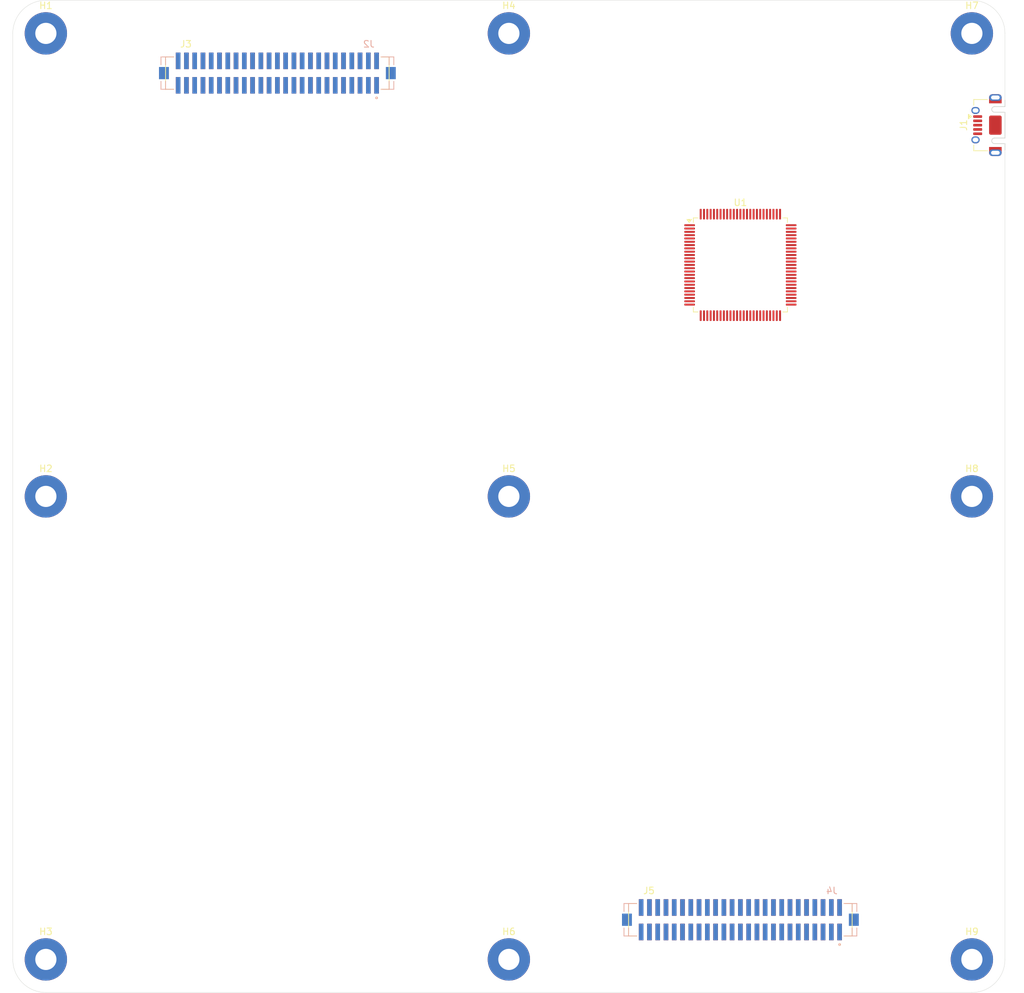
<source format=kicad_pcb>
(kicad_pcb (version 20241229) (generator "pcbnew") (generator_version "9.0")
  (layers (0 "F.Cu" signal "F.Cu(SIG)") (4 "In1.Cu" power "In1.Cu(GND)") (6 "In2.Cu" mixed "In2.Cu(PWR)") (8 "In3.Cu" signal "In3.Cu(ISIG)") (10 "In4.Cu" power "In4.Cu(GND)") (2 "B.Cu" signal "B.Cu(SIG)") (13 "F.Paste" user) (15 "B.Paste" user) (5 "F.SilkS" user "F.Silkscreen") (7 "B.SilkS" user "B.Silkscreen") (1 "F.Mask" user) (3 "B.Mask" user) (25 "Edge.Cuts" user))
  (net 0 "")
  (net 1 "GND")
  (net 2 "VDDA")
  (net 3 "NRST{slash}RESET")
  (net 4 "PC15{slash}LSE_OUT")
  (net 5 "PH1{slash}HSE_OUT")
  (net 6 "PH3{slash}BOOT0")
  (net 7 "/Mezzanine Connectors/Mez9")
  (net 8 "VBUS")
  (net 9 "/Mezzanine Connectors/Mez30")
  (net 10 "FLTCLK_P")
  (net 11 "/Mezzanine Connectors/Mez37")
  (net 12 "/Mezzanine Connectors/Mez28")
  (net 13 "FLTCLK_N")
  (net 14 "/Mezzanine Connectors/Mez15")
  (net 15 "/Mezzanine Connectors/Mez44")
  (net 16 "/Mezzanine Connectors/Mez14")
  (net 17 "/Mezzanine Connectors/Mez12")
  (net 18 "/Mezzanine Connectors/Mez34")
  (net 19 "/Mezzanine Connectors/Mez19")
  (net 20 "/Mezzanine Connectors/Mez43")
  (net 21 "/Mezzanine Connectors/Mez20")
  (net 22 "/Mezzanine Connectors/Mez45")
  (net 23 "/Mezzanine Connectors/Mez31")
  (net 24 "/Mezzanine Connectors/Mez10")
  (net 25 "/Mezzanine Connectors/Mez42")
  (net 26 "/Mezzanine Connectors/Mez27")
  (net 27 "/Mezzanine Connectors/Mez6")
  (net 28 "/Mezzanine Connectors/Mez21")
  (net 29 "/Mezzanine Connectors/Mez35")
  (net 30 "/Mezzanine Connectors/Mez33")
  (net 31 "/Mezzanine Connectors/Mez36")
  (net 32 "/Mezzanine Connectors/Mez46")
  (net 33 "/Mezzanine Connectors/Mez5")
  (net 34 "/Mezzanine Connectors/Mez23")
  (net 35 "/Mezzanine Connectors/Mez40")
  (net 36 "/Mezzanine Connectors/Mez32")
  (net 37 "/Mezzanine Connectors/Mez18")
  (net 38 "/Mezzanine Connectors/Mez8")
  (net 39 "/Mezzanine Connectors/Mez22")
  (net 40 "/Mezzanine Connectors/Mez16")
  (net 41 "/Mezzanine Connectors/Mez7")
  (net 42 "/Mezzanine Connectors/Mez17")
  (net 43 "/Mezzanine Connectors/Mez38")
  (net 44 "/Mezzanine Connectors/Mez24")
  (net 45 "/Mezzanine Connectors/Mez41")
  (net 46 "/Mezzanine Connectors/Mez29")
  (net 47 "/Mezzanine Connectors/Mez11")
  (net 48 "/Mezzanine Connectors/Mez39")
  (net 49 "/Mezzanine Connectors/Mez13")
  (net 50 "/Mezzanine Connectors/Mez59")
  (net 51 "/Mezzanine Connectors/Mez89")
  (net 52 "/Mezzanine Connectors/Mez68")
  (net 53 "/Mezzanine Connectors/Mez87")
  (net 54 "/Mezzanine Connectors/Mez66")
  (net 55 "/Mezzanine Connectors/Mez86")
  (net 56 "/Mezzanine Connectors/Mez58")
  (net 57 "/Mezzanine Connectors/Mez63")
  (net 58 "/Mezzanine Connectors/Mez56")
  (net 59 "/Mezzanine Connectors/Mez97")
  (net 60 "/Mezzanine Connectors/Mez84")
  (net 61 "/Mezzanine Connectors/Mez65")
  (net 62 "/Mezzanine Connectors/Mez90")
  (net 63 "/Mezzanine Connectors/Mez70")
  (net 64 "/Mezzanine Connectors/Mez93")
  (net 65 "/Mezzanine Connectors/Mez88")
  (net 66 "/Mezzanine Connectors/Mez82")
  (net 67 "/Mezzanine Connectors/Mez72")
  (net 68 "/Mezzanine Connectors/Mez62")
  (net 69 "/Mezzanine Connectors/Mez81")
  (net 70 "/Mezzanine Connectors/Mez80")
  (net 71 "/Mezzanine Connectors/Mez92")
  (net 72 "/Mezzanine Connectors/Mez57")
  (net 73 "/Mezzanine Connectors/Mez96")
  (net 74 "/Mezzanine Connectors/Mez95")
  (net 75 "/Mezzanine Connectors/Mez60")
  (net 76 "/Mezzanine Connectors/Mez64")
  (net 77 "/Mezzanine Connectors/Mez67")
  (net 78 "/Mezzanine Connectors/Mez94")
  (net 79 "/Mezzanine Connectors/Mez83")
  (net 80 "/Mezzanine Connectors/Mez54")
  (net 81 "/Mezzanine Connectors/Mez55")
  (net 82 "/Mezzanine Connectors/Mez69")
  (net 83 "/Mezzanine Connectors/Mez85")
  (net 84 "/Mezzanine Connectors/Mez61")
  (net 85 "/Mezzanine Connectors/Mez79")
  (net 86 "/Mezzanine Connectors/Mez91")
  (net 87 "/Mezzanine Connectors/Mez71")
  (net 88 "PA13{slash}SWDIO")
  (net 89 "PA14{slash}SWCLK")
  (net 90 "STATUS_LED_1")
  (net 91 "STATUS_LED_2")
  (net 92 "STATUS_LED_3")
  (net 93 "STATUS_LED_4")
  (net 94 "PC0{slash}ADC4_1")
  (net 95 "PA11{slash}USB_OTG_FS_D_M")
  (net 96 "USB_VBUS")
  (net 97 "PA9{slash}USB_OTG_FS_VBUS")
  (net 98 "PH0{slash}HSE_IN")
  (net 99 "PC14{slash}LSE_IN")
  (net 110 "PA10{slash}USB_OTG_FS_ID")
  (net 111 "PA12{slash}USB_OTG_FS_D_P")
  (net 119 "PD0{slash}FDCAN1_RX")
  (net 122 "+3.3V")
  (net 127 "PA8{slash}USB_OTG_FS_SOF")
  (net 128 "Net-(U1-VCAP)")
  (net 138 "CANH_P")
  (net 145 "CANL_N")
  (net 149 "PC9{slash}OTG_FS_NOE")
  (net 150 "PD1{slash}FDCAN1_TX")
  (net 174 "CANTRX_STBY")
  (footprint "Connector_USB:USB_Micro-AB_Molex_47590-0001" (layer "F.Cu") (at 523.9 193.87 90)
    (property "Reference" "J1" (at 0 -5.15 90) (layer "F.SilkS"))
    (property "Value" "USB_OTG")
    (fp_line (start 2.8 -0.475) (end 2.8 1.1) (stroke (width 0.1)) (layer "Edge.Cuts"))
    (fp_line (start 1.95 -0.475) (end 1.95 1.1) (stroke (width 0.1)) (layer "Edge.Cuts"))
    (fp_line (start -1.95 -0.475) (end -1.95 1.1) (stroke (width 0.1)) (layer "Edge.Cuts"))
    (fp_line (start -2.8 -0.475) (end -2.8 1.1) (stroke (width 0.1)) (layer "Edge.Cuts"))
    (fp_line (start 2.8 1.1) (end 3.75 1.1) (stroke (width 0.1)) (layer "Edge.Cuts"))
    (fp_line (start -1.95 1.1) (end 1.95 1.1) (stroke (width 0.1)) (layer "Edge.Cuts"))
    (fp_line (start -3.75 1.1) (end -2.8 1.1) (stroke (width 0.1)) (layer "Edge.Cuts"))
    (fp_arc (start 1.95 -0.475) (mid 2.375 -0.9) (end 2.8 -0.475) (stroke (width 0.1)) (layer "Edge.Cuts"))
    (fp_arc (start -2.8 -0.475) (mid -2.375 -0.9) (end -1.95 -0.475) (stroke (width 0.1)) (layer "Edge.Cuts"))
    (pad "1" smd roundrect (at 1.3 -3.025 90) (size 0.4 1.35) (layers "F.Cu" "F.Mask" "F.Paste") (net 96 "USB_VBUS"))
    (pad "2" smd roundrect (at 0.65 -3.025 90) (size 0.4 1.35) (layers "F.Cu" "F.Mask" "F.Paste") (net 95 "PA11{slash}USB_OTG_FS_D_M"))
    (pad "3" smd roundrect (at 0 -3.025 90) (size 0.4 1.35) (layers "F.Cu" "F.Mask" "F.Paste") (net 111 "PA12{slash}USB_OTG_FS_D_P"))
    (pad "4" smd roundrect (at -0.65 -3.025 90) (size 0.4 1.35) (layers "F.Cu" "F.Mask" "F.Paste") (net 110 "PA10{slash}USB_OTG_FS_ID"))
    (pad "5" smd roundrect (at -1.3 -3.025 90) (size 0.4 1.35) (layers "F.Cu" "F.Mask" "F.Paste") (net 1 "GND"))
    (pad "6" thru_hole oval (at -4.175 -0.35 90) (size 1 1.9) (drill oval 0.6 1.3) (property pad_prop_heatsink) (layers "*.Cu" "*.Mask") (net 1 "GND"))
    (pad "6" smd rect (at -3.7375 -0.35 90) (size 0.875 1.9) (layers "F.Cu" "F.Mask") (net 1 "GND"))
    (pad "6" thru_hole oval (at -2.225 -3.35 90) (size 1.05 1.25) (drill oval 0.65 0.85) (property pad_prop_heatsink) (layers "*.Cu" "*.Mask") (net 1 "GND"))
    (pad "6" smd roundrect (at 0 -0.35 90) (size 2.9 1.9) (layers "F.Cu" "F.Mask" "F.Paste") (roundrect_rratio 0.1315789474) (net 1 "GND"))
    (pad "6" thru_hole oval (at 2.225 -3.35 90) (size 1.05 1.25) (drill oval 0.65 0.85) (property pad_prop_heatsink) (layers "*.Cu" "*.Mask") (net 1 "GND"))
    (pad "6" smd rect (at 3.7375 -0.35 90) (size 0.875 1.9) (layers "F.Cu" "F.Mask") (net 1 "GND"))
    (pad "6" thru_hole oval (at 4.175 -0.35 90) (size 1 1.9) (drill oval 0.6 1.3) (property pad_prop_heatsink) (layers "*.Cu" "*.Mask") (net 1 "GND"))
  )
  (footprint "MountingHole:MountingHole_3.2mm_M3_Pad" (layer "F.Cu") (at 520 250)
    (property "Reference" "H8" (at 0 -4.2 0) (layer "F.SilkS"))
    (property "Value" "MountingHole_Pad")
    (pad "1" thru_hole circle (at 0 0) (size 6.4 6.4) (drill 3.2) (layers "*.Cu" "*.Mask") (net 1 "GND"))
  )
  (footprint "Harwin_Conn_SMT:HARWIN_G125-FS15005L0R" (layer "F.Cu") (at 415 186)
    (property "Reference" "J3" (at -13.825 -4.385 0) (layer "F.SilkS"))
    (property "Value" "G125-FS15005L0R")
    (pad "1" smd rect (at 15 1.85) (size 0.7 2.5) (layers "F.Cu" "F.Mask" "F.Paste") (net 1 "GND"))
    (pad "2" smd rect (at 13.75 1.85) (size 0.7 2.5) (layers "F.Cu" "F.Mask" "F.Paste") (net 8 "VBUS"))
    (pad "3" smd rect (at 12.5 1.85) (size 0.7 2.5) (layers "F.Cu" "F.Mask" "F.Paste") (net 8 "VBUS"))
    (pad "4" smd rect (at 11.25 1.85) (size 0.7 2.5) (layers "F.Cu" "F.Mask" "F.Paste") (net 1 "GND"))
    (pad "5" smd rect (at 10 1.85) (size 0.7 2.5) (layers "F.Cu" "F.Mask" "F.Paste") (net 33 "/Mezzanine Connectors/Mez5"))
    (pad "6" smd rect (at 8.75 1.85) (size 0.7 2.5) (layers "F.Cu" "F.Mask" "F.Paste") (net 27 "/Mezzanine Connectors/Mez6"))
    (pad "7" smd rect (at 7.5 1.85) (size 0.7 2.5) (layers "F.Cu" "F.Mask" "F.Paste") (net 41 "/Mezzanine Connectors/Mez7"))
    (pad "8" smd rect (at 6.25 1.85) (size 0.7 2.5) (layers "F.Cu" "F.Mask" "F.Paste") (net 38 "/Mezzanine Connectors/Mez8"))
    (pad "9" smd rect (at 5 1.85) (size 0.7 2.5) (layers "F.Cu" "F.Mask" "F.Paste") (net 7 "/Mezzanine Connectors/Mez9"))
    (pad "10" smd rect (at 3.75 1.85) (size 0.7 2.5) (layers "F.Cu" "F.Mask" "F.Paste") (net 24 "/Mezzanine Connectors/Mez10"))
    (pad "11" smd rect (at 2.5 1.85) (size 0.7 2.5) (layers "F.Cu" "F.Mask" "F.Paste") (net 47 "/Mezzanine Connectors/Mez11"))
    (pad "12" smd rect (at 1.25 1.85) (size 0.7 2.5) (layers "F.Cu" "F.Mask" "F.Paste") (net 17 "/Mezzanine Connectors/Mez12"))
    (pad "13" smd rect (at 0 1.85) (size 0.7 2.5) (layers "F.Cu" "F.Mask" "F.Paste") (net 49 "/Mezzanine Connectors/Mez13"))
    (pad "14" smd rect (at -1.25 1.85) (size 0.7 2.5) (layers "F.Cu" "F.Mask" "F.Paste") (net 16 "/Mezzanine Connectors/Mez14"))
    (pad "15" smd rect (at -2.5 1.85) (size 0.7 2.5) (layers "F.Cu" "F.Mask" "F.Paste") (net 14 "/Mezzanine Connectors/Mez15"))
    (pad "16" smd rect (at -3.75 1.85) (size 0.7 2.5) (layers "F.Cu" "F.Mask" "F.Paste") (net 40 "/Mezzanine Connectors/Mez16"))
    (pad "17" smd rect (at -5 1.85) (size 0.7 2.5) (layers "F.Cu" "F.Mask" "F.Paste") (net 42 "/Mezzanine Connectors/Mez17"))
    (pad "18" smd rect (at -6.25 1.85) (size 0.7 2.5) (layers "F.Cu" "F.Mask" "F.Paste") (net 37 "/Mezzanine Connectors/Mez18"))
    (pad "19" smd rect (at -7.5 1.85) (size 0.7 2.5) (layers "F.Cu" "F.Mask" "F.Paste") (net 19 "/Mezzanine Connectors/Mez19"))
    (pad "20" smd rect (at -8.75 1.85) (size 0.7 2.5) (layers "F.Cu" "F.Mask" "F.Paste") (net 21 "/Mezzanine Connectors/Mez20"))
    (pad "21" smd rect (at -10 1.85) (size 0.7 2.5) (layers "F.Cu" "F.Mask" "F.Paste") (net 28 "/Mezzanine Connectors/Mez21"))
    (pad "22" smd rect (at -11.25 1.85) (size 0.7 2.5) (layers "F.Cu" "F.Mask" "F.Paste") (net 39 "/Mezzanine Connectors/Mez22"))
    (pad "23" smd rect (at -12.5 1.85) (size 0.7 2.5) (layers "F.Cu" "F.Mask" "F.Paste") (net 34 "/Mezzanine Connectors/Mez23"))
    (pad "24" smd rect (at -13.75 1.85) (size 0.7 2.5) (layers "F.Cu" "F.Mask" "F.Paste") (net 44 "/Mezzanine Connectors/Mez24"))
    (pad "25" smd rect (at -15 1.85) (size 0.7 2.5) (layers "F.Cu" "F.Mask" "F.Paste") (net 1 "GND"))
    (pad "26" smd rect (at 15 -1.85) (size 0.7 2.5) (layers "F.Cu" "F.Mask" "F.Paste") (net 1 "GND"))
    (pad "27" smd rect (at 13.75 -1.85) (size 0.7 2.5) (layers "F.Cu" "F.Mask" "F.Paste") (net 26 "/Mezzanine Connectors/Mez27"))
    (pad "28" smd rect (at 12.5 -1.85) (size 0.7 2.5) (layers "F.Cu" "F.Mask" "F.Paste") (net 12 "/Mezzanine Connectors/Mez28"))
    (pad "29" smd rect (at 11.25 -1.85) (size 0.7 2.5) (layers "F.Cu" "F.Mask" "F.Paste") (net 46 "/Mezzanine Connectors/Mez29"))
    (pad "30" smd rect (at 10 -1.85) (size 0.7 2.5) (layers "F.Cu" "F.Mask" "F.Paste") (net 9 "/Mezzanine Connectors/Mez30"))
    (pad "31" smd rect (at 8.75 -1.85) (size 0.7 2.5) (layers "F.Cu" "F.Mask" "F.Paste") (net 23 "/Mezzanine Connectors/Mez31"))
    (pad "32" smd rect (at 7.5 -1.85) (size 0.7 2.5) (layers "F.Cu" "F.Mask" "F.Paste") (net 36 "/Mezzanine Connectors/Mez32"))
    (pad "33" smd rect (at 6.25 -1.85) (size 0.7 2.5) (layers "F.Cu" "F.Mask" "F.Paste") (net 30 "/Mezzanine Connectors/Mez33"))
    (pad "34" smd rect (at 5 -1.85) (size 0.7 2.5) (layers "F.Cu" "F.Mask" "F.Paste") (net 18 "/Mezzanine Connectors/Mez34"))
    (pad "35" smd rect (at 3.75 -1.85) (size 0.7 2.5) (layers "F.Cu" "F.Mask" "F.Paste") (net 29 "/Mezzanine Connectors/Mez35"))
    (pad "36" smd rect (at 2.5 -1.85) (size 0.7 2.5) (layers "F.Cu" "F.Mask" "F.Paste") (net 31 "/Mezzanine Connectors/Mez36"))
    (pad "37" smd rect (at 1.25 -1.85) (size 0.7 2.5) (layers "F.Cu" "F.Mask" "F.Paste") (net 11 "/Mezzanine Connectors/Mez37"))
    (pad "38" smd rect (at 0 -1.85) (size 0.7 2.5) (layers "F.Cu" "F.Mask" "F.Paste") (net 43 "/Mezzanine Connectors/Mez38"))
    (pad "39" smd rect (at -1.25 -1.85) (size 0.7 2.5) (layers "F.Cu" "F.Mask" "F.Paste") (net 48 "/Mezzanine Connectors/Mez39"))
    (pad "40" smd rect (at -2.5 -1.85) (size 0.7 2.5) (layers "F.Cu" "F.Mask" "F.Paste") (net 35 "/Mezzanine Connectors/Mez40"))
    (pad "41" smd rect (at -3.75 -1.85) (size 0.7 2.5) (layers "F.Cu" "F.Mask" "F.Paste") (net 45 "/Mezzanine Connectors/Mez41"))
    (pad "42" smd rect (at -5 -1.85) (size 0.7 2.5) (layers "F.Cu" "F.Mask" "F.Paste") (net 25 "/Mezzanine Connectors/Mez42"))
    (pad "43" smd rect (at -6.25 -1.85) (size 0.7 2.5) (layers "F.Cu" "F.Mask" "F.Paste") (net 20 "/Mezzanine Connectors/Mez43"))
    (pad "44" smd rect (at -7.5 -1.85) (size 0.7 2.5) (layers "F.Cu" "F.Mask" "F.Paste") (net 15 "/Mezzanine Connectors/Mez44"))
    (pad "45" smd rect (at -8.75 -1.85) (size 0.7 2.5) (layers "F.Cu" "F.Mask" "F.Paste") (net 22 "/Mezzanine Connectors/Mez45"))
    (pad "46" smd rect (at -10 -1.85) (size 0.7 2.5) (layers "F.Cu" "F.Mask" "F.Paste") (net 32 "/Mezzanine Connectors/Mez46"))
    (pad "47" smd rect (at -11.25 -1.85) (size 0.7 2.5) (layers "F.Cu" "F.Mask" "F.Paste") (net 1 "GND"))
    (pad "48" smd rect (at -12.5 -1.85) (size 0.7 2.5) (layers "F.Cu" "F.Mask" "F.Paste") (net 8 "VBUS"))
    (pad "49" smd rect (at -13.75 -1.85) (size 0.7 2.5) (layers "F.Cu" "F.Mask" "F.Paste") (net 8 "VBUS"))
    (pad "50" smd rect (at -15 -1.85) (size 0.7 2.5) (layers "F.Cu" "F.Mask" "F.Paste") (net 1 "GND"))
  )
  (footprint "MountingHole:MountingHole_3.2mm_M3_Pad" (layer "F.Cu") (at 380 250)
    (property "Reference" "H2" (at 0 -4.2 0) (layer "F.SilkS"))
    (property "Value" "MountingHole_Pad")
    (pad "1" thru_hole circle (at 0 0) (size 6.4 6.4) (drill 3.2) (layers "*.Cu" "*.Mask") (net 1 "GND"))
  )
  (footprint "MountingHole:MountingHole_3.2mm_M3_Pad" (layer "F.Cu") (at 450 320)
    (property "Reference" "H6" (at 0 -4.2 0) (layer "F.SilkS"))
    (property "Value" "MountingHole_Pad")
    (pad "1" thru_hole circle (at 0 0) (size 6.4 6.4) (drill 3.2) (layers "*.Cu" "*.Mask") (net 1 "GND"))
  )
  (footprint "MountingHole:MountingHole_3.2mm_M3_Pad" (layer "F.Cu") (at 450 250)
    (property "Reference" "H5" (at 0 -4.2 0) (layer "F.SilkS"))
    (property "Value" "MountingHole_Pad")
    (pad "1" thru_hole circle (at 0 0) (size 6.4 6.4) (drill 3.2) (layers "*.Cu" "*.Mask") (net 1 "GND"))
  )
  (footprint "MountingHole:MountingHole_3.2mm_M3_Pad" (layer "F.Cu") (at 380 180)
    (property "Reference" "H1" (at 0 -4.2 0) (layer "F.SilkS"))
    (property "Value" "MountingHole_Pad")
    (pad "1" thru_hole circle (at 0 0) (size 6.4 6.4) (drill 3.2) (layers "*.Cu" "*.Mask") (net 1 "GND"))
  )
  (footprint "MountingHole:MountingHole_3.2mm_M3_Pad" (layer "F.Cu") (at 520 320)
    (property "Reference" "H9" (at 0 -4.2 0) (layer "F.SilkS"))
    (property "Value" "MountingHole_Pad")
    (pad "1" thru_hole circle (at 0 0) (size 6.4 6.4) (drill 3.2) (layers "*.Cu" "*.Mask") (net 1 "GND"))
  )
  (footprint "MountingHole:MountingHole_3.2mm_M3_Pad" (layer "F.Cu") (at 520 180)
    (property "Reference" "H7" (at 0 -4.2 0) (layer "F.SilkS"))
    (property "Value" "MountingHole_Pad")
    (pad "1" thru_hole circle (at 0 0) (size 6.4 6.4) (drill 3.2) (layers "*.Cu" "*.Mask") (net 1 "GND"))
  )
  (footprint "Harwin_Conn_SMT:HARWIN_G125-FS15005L0R" (layer "F.Cu") (at 485 314)
    (property "Reference" "J5" (at -13.825 -4.385 0) (layer "F.SilkS"))
    (property "Value" "G125-FS15005L0R")
    (pad "1" smd rect (at 15 1.85) (size 0.7 2.5) (layers "F.Cu" "F.Mask" "F.Paste") (net 1 "GND"))
    (pad "2" smd rect (at 13.75 1.85) (size 0.7 2.5) (layers "F.Cu" "F.Mask" "F.Paste") (net 10 "FLTCLK_P"))
    (pad "3" smd rect (at 12.5 1.85) (size 0.7 2.5) (layers "F.Cu" "F.Mask" "F.Paste") (net 1 "GND"))
    (pad "4" smd rect (at 11.25 1.85) (size 0.7 2.5) (layers "F.Cu" "F.Mask" "F.Paste") (net 80 "/Mezzanine Connectors/Mez54"))
    (pad "5" smd rect (at 10 1.85) (size 0.7 2.5) (layers "F.Cu" "F.Mask" "F.Paste") (net 81 "/Mezzanine Connectors/Mez55"))
    (pad "6" smd rect (at 8.75 1.85) (size 0.7 2.5) (layers "F.Cu" "F.Mask" "F.Paste") (net 58 "/Mezzanine Connectors/Mez56"))
    (pad "7" smd rect (at 7.5 1.85) (size 0.7 2.5) (layers "F.Cu" "F.Mask" "F.Paste") (net 72 "/Mezzanine Connectors/Mez57"))
    (pad "8" smd rect (at 6.25 1.85) (size 0.7 2.5) (layers "F.Cu" "F.Mask" "F.Paste") (net 56 "/Mezzanine Connectors/Mez58"))
    (pad "9" smd rect (at 5 1.85) (size 0.7 2.5) (layers "F.Cu" "F.Mask" "F.Paste") (net 50 "/Mezzanine Connectors/Mez59"))
    (pad "10" smd rect (at 3.75 1.85) (size 0.7 2.5) (layers "F.Cu" "F.Mask" "F.Paste") (net 75 "/Mezzanine Connectors/Mez60"))
    (pad "11" smd rect (at 2.5 1.85) (size 0.7 2.5) (layers "F.Cu" "F.Mask" "F.Paste") (net 84 "/Mezzanine Connectors/Mez61"))
    (pad "12" smd rect (at 1.25 1.85) (size 0.7 2.5) (layers "F.Cu" "F.Mask" "F.Paste") (net 68 "/Mezzanine Connectors/Mez62"))
    (pad "13" smd rect (at 0 1.85) (size 0.7 2.5) (layers "F.Cu" "F.Mask" "F.Paste") (net 57 "/Mezzanine Connectors/Mez63"))
    (pad "14" smd rect (at -1.25 1.85) (size 0.7 2.5) (layers "F.Cu" "F.Mask" "F.Paste") (net 76 "/Mezzanine Connectors/Mez64"))
    (pad "15" smd rect (at -2.5 1.85) (size 0.7 2.5) (layers "F.Cu" "F.Mask" "F.Paste") (net 61 "/Mezzanine Connectors/Mez65"))
    (pad "16" smd rect (at -3.75 1.85) (size 0.7 2.5) (layers "F.Cu" "F.Mask" "F.Paste") (net 54 "/Mezzanine Connectors/Mez66"))
    (pad "17" smd rect (at -5 1.85) (size 0.7 2.5) (layers "F.Cu" "F.Mask" "F.Paste") (net 77 "/Mezzanine Connectors/Mez67"))
    (pad "18" smd rect (at -6.25 1.85) (size 0.7 2.5) (layers "F.Cu" "F.Mask" "F.Paste") (net 52 "/Mezzanine Connectors/Mez68"))
    (pad "19" smd rect (at -7.5 1.85) (size 0.7 2.5) (layers "F.Cu" "F.Mask" "F.Paste") (net 82 "/Mezzanine Connectors/Mez69"))
    (pad "20" smd rect (at -8.75 1.85) (size 0.7 2.5) (layers "F.Cu" "F.Mask" "F.Paste") (net 63 "/Mezzanine Connectors/Mez70"))
    (pad "21" smd rect (at -10 1.85) (size 0.7 2.5) (layers "F.Cu" "F.Mask" "F.Paste") (net 87 "/Mezzanine Connectors/Mez71"))
    (pad "22" smd rect (at -11.25 1.85) (size 0.7 2.5) (layers "F.Cu" "F.Mask" "F.Paste") (net 67 "/Mezzanine Connectors/Mez72"))
    (pad "23" smd rect (at -12.5 1.85) (size 0.7 2.5) (layers "F.Cu" "F.Mask" "F.Paste") (net 1 "GND"))
    (pad "24" smd rect (at -13.75 1.85) (size 0.7 2.5) (layers "F.Cu" "F.Mask" "F.Paste") (net 138 "CANH_P"))
    (pad "25" smd rect (at -15 1.85) (size 0.7 2.5) (layers "F.Cu" "F.Mask" "F.Paste") (net 1 "GND"))
    (pad "26" smd rect (at 15 -1.85) (size 0.7 2.5) (layers "F.Cu" "F.Mask" "F.Paste") (net 1 "GND"))
    (pad "27" smd rect (at 13.75 -1.85) (size 0.7 2.5) (layers "F.Cu" "F.Mask" "F.Paste") (net 145 "CANL_N"))
    (pad "28" smd rect (at 12.5 -1.85) (size 0.7 2.5) (layers "F.Cu" "F.Mask" "F.Paste") (net 1 "GND"))
    (pad "29" smd rect (at 11.25 -1.85) (size 0.7 2.5) (layers "F.Cu" "F.Mask" "F.Paste") (net 85 "/Mezzanine Connectors/Mez79"))
    (pad "30" smd rect (at 10 -1.85) (size 0.7 2.5) (layers "F.Cu" "F.Mask" "F.Paste") (net 70 "/Mezzanine Connectors/Mez80"))
    (pad "31" smd rect (at 8.75 -1.85) (size 0.7 2.5) (layers "F.Cu" "F.Mask" "F.Paste") (net 69 "/Mezzanine Connectors/Mez81"))
    (pad "32" smd rect (at 7.5 -1.85) (size 0.7 2.5) (layers "F.Cu" "F.Mask" "F.Paste") (net 66 "/Mezzanine Connectors/Mez82"))
    (pad "33" smd rect (at 6.25 -1.85) (size 0.7 2.5) (layers "F.Cu" "F.Mask" "F.Paste") (net 79 "/Mezzanine Connectors/Mez83"))
    (pad "34" smd rect (at 5 -1.85) (size 0.7 2.5) (layers "F.Cu" "F.Mask" "F.Paste") (net 60 "/Mezzanine Connectors/Mez84"))
    (pad "35" smd rect (at 3.75 -1.85) (size 0.7 2.5) (layers "F.Cu" "F.Mask" "F.Paste") (net 83 "/Mezzanine Connectors/Mez85"))
    (pad "36" smd rect (at 2.5 -1.85) (size 0.7 2.5) (layers "F.Cu" "F.Mask" "F.Paste") (net 55 "/Mezzanine Connectors/Mez86"))
    (pad "37" smd rect (at 1.25 -1.85) (size 0.7 2.5) (layers "F.Cu" "F.Mask" "F.Paste") (net 53 "/Mezzanine Connectors/Mez87"))
    (pad "38" smd rect (at 0 -1.85) (size 0.7 2.5) (layers "F.Cu" "F.Mask" "F.Paste") (net 65 "/Mezzanine Connectors/Mez88"))
    (pad "39" smd rect (at -1.25 -1.85) (size 0.7 2.5) (layers "F.Cu" "F.Mask" "F.Paste") (net 51 "/Mezzanine Connectors/Mez89"))
    (pad "40" smd rect (at -2.5 -1.85) (size 0.7 2.5) (layers "F.Cu" "F.Mask" "F.Paste") (net 62 "/Mezzanine Connectors/Mez90"))
    (pad "41" smd rect (at -3.75 -1.85) (size 0.7 2.5) (layers "F.Cu" "F.Mask" "F.Paste") (net 86 "/Mezzanine Connectors/Mez91"))
    (pad "42" smd rect (at -5 -1.85) (size 0.7 2.5) (layers "F.Cu" "F.Mask" "F.Paste") (net 71 "/Mezzanine Connectors/Mez92"))
    (pad "43" smd rect (at -6.25 -1.85) (size 0.7 2.5) (layers "F.Cu" "F.Mask" "F.Paste") (net 64 "/Mezzanine Connectors/Mez93"))
    (pad "44" smd rect (at -7.5 -1.85) (size 0.7 2.5) (layers "F.Cu" "F.Mask" "F.Paste") (net 78 "/Mezzanine Connectors/Mez94"))
    (pad "45" smd rect (at -8.75 -1.85) (size 0.7 2.5) (layers "F.Cu" "F.Mask" "F.Paste") (net 74 "/Mezzanine Connectors/Mez95"))
    (pad "46" smd rect (at -10 -1.85) (size 0.7 2.5) (layers "F.Cu" "F.Mask" "F.Paste") (net 73 "/Mezzanine Connectors/Mez96"))
    (pad "47" smd rect (at -11.25 -1.85) (size 0.7 2.5) (layers "F.Cu" "F.Mask" "F.Paste") (net 59 "/Mezzanine Connectors/Mez97"))
    (pad "48" smd rect (at -12.5 -1.85) (size 0.7 2.5) (layers "F.Cu" "F.Mask" "F.Paste") (net 1 "GND"))
    (pad "49" smd rect (at -13.75 -1.85) (size 0.7 2.5) (layers "F.Cu" "F.Mask" "F.Paste") (net 13 "FLTCLK_N"))
    (pad "50" smd rect (at -15 -1.85) (size 0.7 2.5) (layers "F.Cu" "F.Mask" "F.Paste") (net 1 "GND"))
  )
  (footprint "Package_QFP:LQFP-100_14x14mm_P0.5mm" (layer "F.Cu") (at 485 215)
    (property "Reference" "U1" (at 0 -9.42 0) (layer "F.SilkS"))
    (property "Value" "STM32U575VITx")
    (pad "1" smd roundrect (at -7.675 -6) (size 1.6 0.3) (layers "F.Cu" "F.Mask" "F.Paste"))
    (pad "2" smd roundrect (at -7.675 -5.5) (size 1.6 0.3) (layers "F.Cu" "F.Mask" "F.Paste"))
    (pad "3" smd roundrect (at -7.675 -5) (size 1.6 0.3) (layers "F.Cu" "F.Mask" "F.Paste"))
    (pad "4" smd roundrect (at -7.675 -4.5) (size 1.6 0.3) (layers "F.Cu" "F.Mask" "F.Paste"))
    (pad "5" smd roundrect (at -7.675 -4) (size 1.6 0.3) (layers "F.Cu" "F.Mask" "F.Paste"))
    (pad "6" smd roundrect (at -7.675 -3.5) (size 1.6 0.3) (layers "F.Cu" "F.Mask" "F.Paste"))
    (pad "7" smd roundrect (at -7.675 -3) (size 1.6 0.3) (layers "F.Cu" "F.Mask" "F.Paste"))
    (pad "8" smd roundrect (at -7.675 -2.5) (size 1.6 0.3) (layers "F.Cu" "F.Mask" "F.Paste") (net 99 "PC14{slash}LSE_IN"))
    (pad "9" smd roundrect (at -7.675 -2) (size 1.6 0.3) (layers "F.Cu" "F.Mask" "F.Paste") (net 4 "PC15{slash}LSE_OUT"))
    (pad "10" smd roundrect (at -7.675 -1.5) (size 1.6 0.3) (layers "F.Cu" "F.Mask" "F.Paste") (net 1 "GND"))
    (pad "11" smd roundrect (at -7.675 -1) (size 1.6 0.3) (layers "F.Cu" "F.Mask" "F.Paste") (net 122 "+3.3V"))
    (pad "12" smd roundrect (at -7.675 -0.5) (size 1.6 0.3) (layers "F.Cu" "F.Mask" "F.Paste") (net 98 "PH0{slash}HSE_IN"))
    (pad "13" smd roundrect (at -7.675 0) (size 1.6 0.3) (layers "F.Cu" "F.Mask" "F.Paste") (net 5 "PH1{slash}HSE_OUT"))
    (pad "14" smd roundrect (at -7.675 0.5) (size 1.6 0.3) (layers "F.Cu" "F.Mask" "F.Paste") (net 3 "NRST{slash}RESET"))
    (pad "15" smd roundrect (at -7.675 1) (size 1.6 0.3) (layers "F.Cu" "F.Mask" "F.Paste") (net 94 "PC0{slash}ADC4_1"))
    (pad "16" smd roundrect (at -7.675 1.5) (size 1.6 0.3) (layers "F.Cu" "F.Mask" "F.Paste"))
    (pad "17" smd roundrect (at -7.675 2) (size 1.6 0.3) (layers "F.Cu" "F.Mask" "F.Paste"))
    (pad "18" smd roundrect (at -7.675 2.5) (size 1.6 0.3) (layers "F.Cu" "F.Mask" "F.Paste"))
    (pad "19" smd roundrect (at -7.675 3) (size 1.6 0.3) (layers "F.Cu" "F.Mask" "F.Paste") (net 1 "GND"))
    (pad "20" smd roundrect (at -7.675 3.5) (size 1.6 0.3) (layers "F.Cu" "F.Mask" "F.Paste"))
    (pad "21" smd roundrect (at -7.675 4) (size 1.6 0.3) (layers "F.Cu" "F.Mask" "F.Paste"))
    (pad "22" smd roundrect (at -7.675 4.5) (size 1.6 0.3) (layers "F.Cu" "F.Mask" "F.Paste") (net 2 "VDDA"))
    (pad "23" smd roundrect (at -7.675 5) (size 1.6 0.3) (layers "F.Cu" "F.Mask" "F.Paste"))
    (pad "24" smd roundrect (at -7.675 5.5) (size 1.6 0.3) (layers "F.Cu" "F.Mask" "F.Paste"))
    (pad "25" smd roundrect (at -7.675 6) (size 1.6 0.3) (layers "F.Cu" "F.Mask" "F.Paste"))
    (pad "26" smd roundrect (at -6 7.675) (size 0.3 1.6) (layers "F.Cu" "F.Mask" "F.Paste"))
    (pad "27" smd roundrect (at -5.5 7.675) (size 0.3 1.6) (layers "F.Cu" "F.Mask" "F.Paste") (net 1 "GND"))
    (pad "28" smd roundrect (at -5 7.675) (size 0.3 1.6) (layers "F.Cu" "F.Mask" "F.Paste") (net 122 "+3.3V"))
    (pad "29" smd roundrect (at -4.5 7.675) (size 0.3 1.6) (layers "F.Cu" "F.Mask" "F.Paste"))
    (pad "30" smd roundrect (at -4 7.675) (size 0.3 1.6) (layers "F.Cu" "F.Mask" "F.Paste"))
    (pad "31" smd roundrect (at -3.5 7.675) (size 0.3 1.6) (layers "F.Cu" "F.Mask" "F.Paste"))
    (pad "32" smd roundrect (at -3 7.675) (size 0.3 1.6) (layers "F.Cu" "F.Mask" "F.Paste"))
    (pad "33" smd roundrect (at -2.5 7.675) (size 0.3 1.6) (layers "F.Cu" "F.Mask" "F.Paste"))
    (pad "34" smd roundrect (at -2 7.675) (size 0.3 1.6) (layers "F.Cu" "F.Mask" "F.Paste"))
    (pad "35" smd roundrect (at -1.5 7.675) (size 0.3 1.6) (layers "F.Cu" "F.Mask" "F.Paste") (net 90 "STATUS_LED_1"))
    (pad "36" smd roundrect (at -1 7.675) (size 0.3 1.6) (layers "F.Cu" "F.Mask" "F.Paste") (net 91 "STATUS_LED_2"))
    (pad "37" smd roundrect (at -0.5 7.675) (size 0.3 1.6) (layers "F.Cu" "F.Mask" "F.Paste") (net 92 "STATUS_LED_3"))
    (pad "38" smd roundrect (at 0 7.675) (size 0.3 1.6) (layers "F.Cu" "F.Mask" "F.Paste"))
    (pad "39" smd roundrect (at 0.5 7.675) (size 0.3 1.6) (layers "F.Cu" "F.Mask" "F.Paste"))
    (pad "40" smd roundrect (at 1 7.675) (size 0.3 1.6) (layers "F.Cu" "F.Mask" "F.Paste"))
    (pad "41" smd roundrect (at 1.5 7.675) (size 0.3 1.6) (layers "F.Cu" "F.Mask" "F.Paste"))
    (pad "42" smd roundrect (at 2 7.675) (size 0.3 1.6) (layers "F.Cu" "F.Mask" "F.Paste"))
    (pad "43" smd roundrect (at 2.5 7.675) (size 0.3 1.6) (layers "F.Cu" "F.Mask" "F.Paste"))
    (pad "44" smd roundrect (at 3 7.675) (size 0.3 1.6) (layers "F.Cu" "F.Mask" "F.Paste"))
    (pad "45" smd roundrect (at 3.5 7.675) (size 0.3 1.6) (layers "F.Cu" "F.Mask" "F.Paste"))
    (pad "46" smd roundrect (at 4 7.675) (size 0.3 1.6) (layers "F.Cu" "F.Mask" "F.Paste"))
    (pad "47" smd roundrect (at 4.5 7.675) (size 0.3 1.6) (layers "F.Cu" "F.Mask" "F.Paste"))
    (pad "48" smd roundrect (at 5 7.675) (size 0.3 1.6) (layers "F.Cu" "F.Mask" "F.Paste") (net 128 "Net-(U1-VCAP)"))
    (pad "49" smd roundrect (at 5.5 7.675) (size 0.3 1.6) (layers "F.Cu" "F.Mask" "F.Paste") (net 1 "GND"))
    (pad "50" smd roundrect (at 6 7.675) (size 0.3 1.6) (layers "F.Cu" "F.Mask" "F.Paste") (net 122 "+3.3V"))
    (pad "51" smd roundrect (at 7.675 6) (size 1.6 0.3) (layers "F.Cu" "F.Mask" "F.Paste"))
    (pad "52" smd roundrect (at 7.675 5.5) (size 1.6 0.3) (layers "F.Cu" "F.Mask" "F.Paste"))
    (pad "53" smd roundrect (at 7.675 5) (size 1.6 0.3) (layers "F.Cu" "F.Mask" "F.Paste"))
    (pad "54" smd roundrect (at 7.675 4.5) (size 1.6 0.3) (layers "F.Cu" "F.Mask" "F.Paste"))
    (pad "55" smd roundrect (at 7.675 4) (size 1.6 0.3) (layers "F.Cu" "F.Mask" "F.Paste"))
    (pad "56" smd roundrect (at 7.675 3.5) (size 1.6 0.3) (layers "F.Cu" "F.Mask" "F.Paste"))
    (pad "57" smd roundrect (at 7.675 3) (size 1.6 0.3) (layers "F.Cu" "F.Mask" "F.Paste"))
    (pad "58" smd roundrect (at 7.675 2.5) (size 1.6 0.3) (layers "F.Cu" "F.Mask" "F.Paste"))
    (pad "59" smd roundrect (at 7.675 2) (size 1.6 0.3) (layers "F.Cu" "F.Mask" "F.Paste"))
    (pad "60" smd roundrect (at 7.675 1.5) (size 1.6 0.3) (layers "F.Cu" "F.Mask" "F.Paste"))
    (pad "61" smd roundrect (at 7.675 1) (size 1.6 0.3) (layers "F.Cu" "F.Mask" "F.Paste"))
    (pad "62" smd roundrect (at 7.675 0.5) (size 1.6 0.3) (layers "F.Cu" "F.Mask" "F.Paste"))
    (pad "63" smd roundrect (at 7.675 0) (size 1.6 0.3) (layers "F.Cu" "F.Mask" "F.Paste"))
    (pad "64" smd roundrect (at 7.675 -0.5) (size 1.6 0.3) (layers "F.Cu" "F.Mask" "F.Paste"))
    (pad "65" smd roundrect (at 7.675 -1) (size 1.6 0.3) (layers "F.Cu" "F.Mask" "F.Paste"))
    (pad "66" smd roundrect (at 7.675 -1.5) (size 1.6 0.3) (layers "F.Cu" "F.Mask" "F.Paste") (net 149 "PC9{slash}OTG_FS_NOE"))
    (pad "67" smd roundrect (at 7.675 -2) (size 1.6 0.3) (layers "F.Cu" "F.Mask" "F.Paste") (net 127 "PA8{slash}USB_OTG_FS_SOF"))
    (pad "68" smd roundrect (at 7.675 -2.5) (size 1.6 0.3) (layers "F.Cu" "F.Mask" "F.Paste") (net 97 "PA9{slash}USB_OTG_FS_VBUS"))
    (pad "69" smd roundrect (at 7.675 -3) (size 1.6 0.3) (layers "F.Cu" "F.Mask" "F.Paste") (net 110 "PA10{slash}USB_OTG_FS_ID"))
    (pad "70" smd roundrect (at 7.675 -3.5) (size 1.6 0.3) (layers "F.Cu" "F.Mask" "F.Paste") (net 95 "PA11{slash}USB_OTG_FS_D_M"))
    (pad "71" smd roundrect (at 7.675 -4) (size 1.6 0.3) (layers "F.Cu" "F.Mask" "F.Paste") (net 111 "PA12{slash}USB_OTG_FS_D_P"))
    (pad "72" smd roundrect (at 7.675 -4.5) (size 1.6 0.3) (layers "F.Cu" "F.Mask" "F.Paste") (net 88 "PA13{slash}SWDIO"))
    (pad "73" smd roundrect (at 7.675 -5) (size 1.6 0.3) (layers "F.Cu" "F.Mask" "F.Paste") (net 122 "+3.3V"))
    (pad "74" smd roundrect (at 7.675 -5.5) (size 1.6 0.3) (layers "F.Cu" "F.Mask" "F.Paste") (net 1 "GND"))
    (pad "75" smd roundrect (at 7.675 -6) (size 1.6 0.3) (layers "F.Cu" "F.Mask" "F.Paste") (net 122 "+3.3V"))
    (pad "76" smd roundrect (at 6 -7.675) (size 0.3 1.6) (layers "F.Cu" "F.Mask" "F.Paste") (net 89 "PA14{slash}SWCLK"))
    (pad "77" smd roundrect (at 5.5 -7.675) (size 0.3 1.6) (layers "F.Cu" "F.Mask" "F.Paste"))
    (pad "78" smd roundrect (at 5 -7.675) (size 0.3 1.6) (layers "F.Cu" "F.Mask" "F.Paste"))
    (pad "79" smd roundrect (at 4.5 -7.675) (size 0.3 1.6) (layers "F.Cu" "F.Mask" "F.Paste"))
    (pad "80" smd roundrect (at 4 -7.675) (size 0.3 1.6) (layers "F.Cu" "F.Mask" "F.Paste"))
    (pad "81" smd roundrect (at 3.5 -7.675) (size 0.3 1.6) (layers "F.Cu" "F.Mask" "F.Paste") (net 119 "PD0{slash}FDCAN1_RX"))
    (pad "82" smd roundrect (at 3 -7.675) (size 0.3 1.6) (layers "F.Cu" "F.Mask" "F.Paste") (net 150 "PD1{slash}FDCAN1_TX"))
    (pad "83" smd roundrect (at 2.5 -7.675) (size 0.3 1.6) (layers "F.Cu" "F.Mask" "F.Paste"))
    (pad "84" smd roundrect (at 2 -7.675) (size 0.3 1.6) (layers "F.Cu" "F.Mask" "F.Paste"))
    (pad "85" smd roundrect (at 1.5 -7.675) (size 0.3 1.6) (layers "F.Cu" "F.Mask" "F.Paste"))
    (pad "86" smd roundrect (at 1 -7.675) (size 0.3 1.6) (layers "F.Cu" "F.Mask" "F.Paste"))
    (pad "87" smd roundrect (at 0.5 -7.675) (size 0.3 1.6) (layers "F.Cu" "F.Mask" "F.Paste"))
    (pad "88" smd roundrect (at 0 -7.675) (size 0.3 1.6) (layers "F.Cu" "F.Mask" "F.Paste"))
    (pad "89" smd roundrect (at -0.5 -7.675) (size 0.3 1.6) (layers "F.Cu" "F.Mask" "F.Paste") (net 93 "STATUS_LED_4"))
    (pad "90" smd roundrect (at -1 -7.675) (size 0.3 1.6) (layers "F.Cu" "F.Mask" "F.Paste") (net 174 "CANTRX_STBY"))
    (pad "91" smd roundrect (at -1.5 -7.675) (size 0.3 1.6) (layers "F.Cu" "F.Mask" "F.Paste"))
    (pad "92" smd roundrect (at -2 -7.675) (size 0.3 1.6) (layers "F.Cu" "F.Mask" "F.Paste"))
    (pad "93" smd roundrect (at -2.5 -7.675) (size 0.3 1.6) (layers "F.Cu" "F.Mask" "F.Paste"))
    (pad "94" smd roundrect (at -3 -7.675) (size 0.3 1.6) (layers "F.Cu" "F.Mask" "F.Paste") (net 6 "PH3{slash}BOOT0"))
    (pad "95" smd roundrect (at -3.5 -7.675) (size 0.3 1.6) (layers "F.Cu" "F.Mask" "F.Paste"))
    (pad "96" smd roundrect (at -4 -7.675) (size 0.3 1.6) (layers "F.Cu" "F.Mask" "F.Paste"))
    (pad "97" smd roundrect (at -4.5 -7.675) (size 0.3 1.6) (layers "F.Cu" "F.Mask" "F.Paste"))
    (pad "98" smd roundrect (at -5 -7.675) (size 0.3 1.6) (layers "F.Cu" "F.Mask" "F.Paste"))
    (pad "99" smd roundrect (at -5.5 -7.675) (size 0.3 1.6) (layers "F.Cu" "F.Mask" "F.Paste") (net 1 "GND"))
    (pad "100" smd roundrect (at -6 -7.675) (size 0.3 1.6) (layers "F.Cu" "F.Mask" "F.Paste") (net 122 "+3.3V"))
  )
  (footprint "MountingHole:MountingHole_3.2mm_M3_Pad" (layer "F.Cu") (at 450 180)
    (property "Reference" "H4" (at 0 -4.2 0) (layer "F.SilkS"))
    (property "Value" "MountingHole_Pad")
    (pad "1" thru_hole circle (at 0 0) (size 6.4 6.4) (drill 3.2) (layers "*.Cu" "*.Mask") (net 1 "GND"))
  )
  (footprint "MountingHole:MountingHole_3.2mm_M3_Pad" (layer "F.Cu") (at 380 320)
    (property "Reference" "H3" (at 0 -4.2 0) (layer "F.SilkS"))
    (property "Value" "MountingHole_Pad")
    (pad "1" thru_hole circle (at 0 0) (size 6.4 6.4) (drill 3.2) (layers "*.Cu" "*.Mask") (net 1 "GND"))
  )
  (footprint "Harwin_Conn_SMT:HARWIN_G125-MS15005L3R" (layer "B.Cu") (at 415 186 180)
    (property "Reference" "J2" (at -13.825 4.385 0) (layer "B.SilkS") (effects (justify mirror)))
    (property "Value" "G125-MS15005L3R")
    (pad "1" smd rect (at -15 -1.85 180) (size 0.7 2.5) (layers "B.Cu" "B.Mask" "B.Paste") (net 1 "GND"))
    (pad "2" smd rect (at -13.75 -1.85 180) (size 0.7 2.5) (layers "B.Cu" "B.Mask" "B.Paste") (net 8 "VBUS"))
    (pad "3" smd rect (at -12.5 -1.85 180) (size 0.7 2.5) (layers "B.Cu" "B.Mask" "B.Paste") (net 8 "VBUS"))
    (pad "4" smd rect (at -11.25 -1.85 180) (size 0.7 2.5) (layers "B.Cu" "B.Mask" "B.Paste") (net 1 "GND"))
    (pad "5" smd rect (at -10 -1.85 180) (size 0.7 2.5) (layers "B.Cu" "B.Mask" "B.Paste") (net 33 "/Mezzanine Connectors/Mez5"))
    (pad "6" smd rect (at -8.75 -1.85 180) (size 0.7 2.5) (layers "B.Cu" "B.Mask" "B.Paste") (net 27 "/Mezzanine Connectors/Mez6"))
    (pad "7" smd rect (at -7.5 -1.85 180) (size 0.7 2.5) (layers "B.Cu" "B.Mask" "B.Paste") (net 41 "/Mezzanine Connectors/Mez7"))
    (pad "8" smd rect (at -6.25 -1.85 180) (size 0.7 2.5) (layers "B.Cu" "B.Mask" "B.Paste") (net 38 "/Mezzanine Connectors/Mez8"))
    (pad "9" smd rect (at -5 -1.85 180) (size 0.7 2.5) (layers "B.Cu" "B.Mask" "B.Paste") (net 7 "/Mezzanine Connectors/Mez9"))
    (pad "10" smd rect (at -3.75 -1.85 180) (size 0.7 2.5) (layers "B.Cu" "B.Mask" "B.Paste") (net 24 "/Mezzanine Connectors/Mez10"))
    (pad "11" smd rect (at -2.5 -1.85 180) (size 0.7 2.5) (layers "B.Cu" "B.Mask" "B.Paste") (net 47 "/Mezzanine Connectors/Mez11"))
    (pad "12" smd rect (at -1.25 -1.85 180) (size 0.7 2.5) (layers "B.Cu" "B.Mask" "B.Paste") (net 17 "/Mezzanine Connectors/Mez12"))
    (pad "13" smd rect (at 0 -1.85 180) (size 0.7 2.5) (layers "B.Cu" "B.Mask" "B.Paste") (net 49 "/Mezzanine Connectors/Mez13"))
    (pad "14" smd rect (at 1.25 -1.85 180) (size 0.7 2.5) (layers "B.Cu" "B.Mask" "B.Paste") (net 16 "/Mezzanine Connectors/Mez14"))
    (pad "15" smd rect (at 2.5 -1.85 180) (size 0.7 2.5) (layers "B.Cu" "B.Mask" "B.Paste") (net 14 "/Mezzanine Connectors/Mez15"))
    (pad "16" smd rect (at 3.75 -1.85 180) (size 0.7 2.5) (layers "B.Cu" "B.Mask" "B.Paste") (net 40 "/Mezzanine Connectors/Mez16"))
    (pad "17" smd rect (at 5 -1.85 180) (size 0.7 2.5) (layers "B.Cu" "B.Mask" "B.Paste") (net 42 "/Mezzanine Connectors/Mez17"))
    (pad "18" smd rect (at 6.25 -1.85 180) (size 0.7 2.5) (layers "B.Cu" "B.Mask" "B.Paste") (net 37 "/Mezzanine Connectors/Mez18"))
    (pad "19" smd rect (at 7.5 -1.85 180) (size 0.7 2.5) (layers "B.Cu" "B.Mask" "B.Paste") (net 19 "/Mezzanine Connectors/Mez19"))
    (pad "20" smd rect (at 8.75 -1.85 180) (size 0.7 2.5) (layers "B.Cu" "B.Mask" "B.Paste") (net 21 "/Mezzanine Connectors/Mez20"))
    (pad "21" smd rect (at 10 -1.85 180) (size 0.7 2.5) (layers "B.Cu" "B.Mask" "B.Paste") (net 28 "/Mezzanine Connectors/Mez21"))
    (pad "22" smd rect (at 11.25 -1.85 180) (size 0.7 2.5) (layers "B.Cu" "B.Mask" "B.Paste") (net 39 "/Mezzanine Connectors/Mez22"))
    (pad "23" smd rect (at 12.5 -1.85 180) (size 0.7 2.5) (layers "B.Cu" "B.Mask" "B.Paste") (net 34 "/Mezzanine Connectors/Mez23"))
    (pad "24" smd rect (at 13.75 -1.85 180) (size 0.7 2.5) (layers "B.Cu" "B.Mask" "B.Paste") (net 44 "/Mezzanine Connectors/Mez24"))
    (pad "25" smd rect (at 15 -1.85 180) (size 0.7 2.5) (layers "B.Cu" "B.Mask" "B.Paste") (net 1 "GND"))
    (pad "26" smd rect (at -15 1.85 180) (size 0.7 2.5) (layers "B.Cu" "B.Mask" "B.Paste") (net 1 "GND"))
    (pad "27" smd rect (at -13.75 1.85 180) (size 0.7 2.5) (layers "B.Cu" "B.Mask" "B.Paste") (net 26 "/Mezzanine Connectors/Mez27"))
    (pad "28" smd rect (at -12.5 1.85 180) (size 0.7 2.5) (layers "B.Cu" "B.Mask" "B.Paste") (net 12 "/Mezzanine Connectors/Mez28"))
    (pad "29" smd rect (at -11.25 1.85 180) (size 0.7 2.5) (layers "B.Cu" "B.Mask" "B.Paste") (net 46 "/Mezzanine Connectors/Mez29"))
    (pad "30" smd rect (at -10 1.85 180) (size 0.7 2.5) (layers "B.Cu" "B.Mask" "B.Paste") (net 9 "/Mezzanine Connectors/Mez30"))
    (pad "31" smd rect (at -8.75 1.85 180) (size 0.7 2.5) (layers "B.Cu" "B.Mask" "B.Paste") (net 23 "/Mezzanine Connectors/Mez31"))
    (pad "32" smd rect (at -7.5 1.85 180) (size 0.7 2.5) (layers "B.Cu" "B.Mask" "B.Paste") (net 36 "/Mezzanine Connectors/Mez32"))
    (pad "33" smd rect (at -6.25 1.85 180) (size 0.7 2.5) (layers "B.Cu" "B.Mask" "B.Paste") (net 30 "/Mezzanine Connectors/Mez33"))
    (pad "34" smd rect (at -5 1.85 180) (size 0.7 2.5) (layers "B.Cu" "B.Mask" "B.Paste") (net 18 "/Mezzanine Connectors/Mez34"))
    (pad "35" smd rect (at -3.75 1.85 180) (size 0.7 2.5) (layers "B.Cu" "B.Mask" "B.Paste") (net 29 "/Mezzanine Connectors/Mez35"))
    (pad "36" smd rect (at -2.5 1.85 180) (size 0.7 2.5) (layers "B.Cu" "B.Mask" "B.Paste") (net 31 "/Mezzanine Connectors/Mez36"))
    (pad "37" smd rect (at -1.25 1.85 180) (size 0.7 2.5) (layers "B.Cu" "B.Mask" "B.Paste") (net 11 "/Mezzanine Connectors/Mez37"))
    (pad "38" smd rect (at 0 1.85 180) (size 0.7 2.5) (layers "B.Cu" "B.Mask" "B.Paste") (net 43 "/Mezzanine Connectors/Mez38"))
    (pad "39" smd rect (at 1.25 1.85 180) (size 0.7 2.5) (layers "B.Cu" "B.Mask" "B.Paste") (net 48 "/Mezzanine Connectors/Mez39"))
    (pad "40" smd rect (at 2.5 1.85 180) (size 0.7 2.5) (layers "B.Cu" "B.Mask" "B.Paste") (net 35 "/Mezzanine Connectors/Mez40"))
    (pad "41" smd rect (at 3.75 1.85 180) (size 0.7 2.5) (layers "B.Cu" "B.Mask" "B.Paste") (net 45 "/Mezzanine Connectors/Mez41"))
    (pad "42" smd rect (at 5 1.85 180) (size 0.7 2.5) (layers "B.Cu" "B.Mask" "B.Paste") (net 25 "/Mezzanine Connectors/Mez42"))
    (pad "43" smd rect (at 6.25 1.85 180) (size 0.7 2.5) (layers "B.Cu" "B.Mask" "B.Paste") (net 20 "/Mezzanine Connectors/Mez43"))
    (pad "44" smd rect (at 7.5 1.85 180) (size 0.7 2.5) (layers "B.Cu" "B.Mask" "B.Paste") (net 15 "/Mezzanine Connectors/Mez44"))
    (pad "45" smd rect (at 8.75 1.85 180) (size 0.7 2.5) (layers "B.Cu" "B.Mask" "B.Paste") (net 22 "/Mezzanine Connectors/Mez45"))
    (pad "46" smd rect (at 10 1.85 180) (size 0.7 2.5) (layers "B.Cu" "B.Mask" "B.Paste") (net 32 "/Mezzanine Connectors/Mez46"))
    (pad "47" smd rect (at 11.25 1.85 180) (size 0.7 2.5) (layers "B.Cu" "B.Mask" "B.Paste") (net 1 "GND"))
    (pad "48" smd rect (at 12.5 1.85 180) (size 0.7 2.5) (layers "B.Cu" "B.Mask" "B.Paste") (net 8 "VBUS"))
    (pad "49" smd rect (at 13.75 1.85 180) (size 0.7 2.5) (layers "B.Cu" "B.Mask" "B.Paste") (net 8 "VBUS"))
    (pad "50" smd rect (at 15 1.85 180) (size 0.7 2.5) (layers "B.Cu" "B.Mask" "B.Paste") (net 1 "GND"))
    (pad "SH1" smd rect (at -17.15 0 180) (size 1.5 1.85) (layers "B.Cu" "B.Mask" "B.Paste"))
    (pad "SH2" smd rect (at 17.15 0 180) (size 1.5 1.85) (layers "B.Cu" "B.Mask" "B.Paste"))
  )
  (footprint "Harwin_Conn_SMT:HARWIN_G125-MS15005L3R" (layer "B.Cu") (at 485 314 180)
    (property "Reference" "J4" (at -13.825 4.385 0) (layer "B.SilkS") (effects (justify mirror)))
    (property "Value" "G125-MS15005L3R")
    (pad "1" smd rect (at -15 -1.85 180) (size 0.7 2.5) (layers "B.Cu" "B.Mask" "B.Paste") (net 1 "GND"))
    (pad "2" smd rect (at -13.75 -1.85 180) (size 0.7 2.5) (layers "B.Cu" "B.Mask" "B.Paste") (net 10 "FLTCLK_P"))
    (pad "3" smd rect (at -12.5 -1.85 180) (size 0.7 2.5) (layers "B.Cu" "B.Mask" "B.Paste") (net 1 "GND"))
    (pad "4" smd rect (at -11.25 -1.85 180) (size 0.7 2.5) (layers "B.Cu" "B.Mask" "B.Paste") (net 80 "/Mezzanine Connectors/Mez54"))
    (pad "5" smd rect (at -10 -1.85 180) (size 0.7 2.5) (layers "B.Cu" "B.Mask" "B.Paste") (net 81 "/Mezzanine Connectors/Mez55"))
    (pad "6" smd rect (at -8.75 -1.85 180) (size 0.7 2.5) (layers "B.Cu" "B.Mask" "B.Paste") (net 58 "/Mezzanine Connectors/Mez56"))
    (pad "7" smd rect (at -7.5 -1.85 180) (size 0.7 2.5) (layers "B.Cu" "B.Mask" "B.Paste") (net 72 "/Mezzanine Connectors/Mez57"))
    (pad "8" smd rect (at -6.25 -1.85 180) (size 0.7 2.5) (layers "B.Cu" "B.Mask" "B.Paste") (net 56 "/Mezzanine Connectors/Mez58"))
    (pad "9" smd rect (at -5 -1.85 180) (size 0.7 2.5) (layers "B.Cu" "B.Mask" "B.Paste") (net 50 "/Mezzanine Connectors/Mez59"))
    (pad "10" smd rect (at -3.75 -1.85 180) (size 0.7 2.5) (layers "B.Cu" "B.Mask" "B.Paste") (net 75 "/Mezzanine Connectors/Mez60"))
    (pad "11" smd rect (at -2.5 -1.85 180) (size 0.7 2.5) (layers "B.Cu" "B.Mask" "B.Paste") (net 84 "/Mezzanine Connectors/Mez61"))
    (pad "12" smd rect (at -1.25 -1.85 180) (size 0.7 2.5) (layers "B.Cu" "B.Mask" "B.Paste") (net 68 "/Mezzanine Connectors/Mez62"))
    (pad "13" smd rect (at 0 -1.85 180) (size 0.7 2.5) (layers "B.Cu" "B.Mask" "B.Paste") (net 57 "/Mezzanine Connectors/Mez63"))
    (pad "14" smd rect (at 1.25 -1.85 180) (size 0.7 2.5) (layers "B.Cu" "B.Mask" "B.Paste") (net 76 "/Mezzanine Connectors/Mez64"))
    (pad "15" smd rect (at 2.5 -1.85 180) (size 0.7 2.5) (layers "B.Cu" "B.Mask" "B.Paste") (net 61 "/Mezzanine Connectors/Mez65"))
    (pad "16" smd rect (at 3.75 -1.85 180) (size 0.7 2.5) (layers "B.Cu" "B.Mask" "B.Paste") (net 54 "/Mezzanine Connectors/Mez66"))
    (pad "17" smd rect (at 5 -1.85 180) (size 0.7 2.5) (layers "B.Cu" "B.Mask" "B.Paste") (net 77 "/Mezzanine Connectors/Mez67"))
    (pad "18" smd rect (at 6.25 -1.85 180) (size 0.7 2.5) (layers "B.Cu" "B.Mask" "B.Paste") (net 52 "/Mezzanine Connectors/Mez68"))
    (pad "19" smd rect (at 7.5 -1.85 180) (size 0.7 2.5) (layers "B.Cu" "B.Mask" "B.Paste") (net 82 "/Mezzanine Connectors/Mez69"))
    (pad "20" smd rect (at 8.75 -1.85 180) (size 0.7 2.5) (layers "B.Cu" "B.Mask" "B.Paste") (net 63 "/Mezzanine Connectors/Mez70"))
    (pad "21" smd rect (at 10 -1.85 180) (size 0.7 2.5) (layers "B.Cu" "B.Mask" "B.Paste") (net 87 "/Mezzanine Connectors/Mez71"))
    (pad "22" smd rect (at 11.25 -1.85 180) (size 0.7 2.5) (layers "B.Cu" "B.Mask" "B.Paste") (net 67 "/Mezzanine Connectors/Mez72"))
    (pad "23" smd rect (at 12.5 -1.85 180) (size 0.7 2.5) (layers "B.Cu" "B.Mask" "B.Paste") (net 1 "GND"))
    (pad "24" smd rect (at 13.75 -1.85 180) (size 0.7 2.5) (layers "B.Cu" "B.Mask" "B.Paste") (net 138 "CANH_P"))
    (pad "25" smd rect (at 15 -1.85 180) (size 0.7 2.5) (layers "B.Cu" "B.Mask" "B.Paste") (net 1 "GND"))
    (pad "26" smd rect (at -15 1.85 180) (size 0.7 2.5) (layers "B.Cu" "B.Mask" "B.Paste") (net 1 "GND"))
    (pad "27" smd rect (at -13.75 1.85 180) (size 0.7 2.5) (layers "B.Cu" "B.Mask" "B.Paste") (net 145 "CANL_N"))
    (pad "28" smd rect (at -12.5 1.85 180) (size 0.7 2.5) (layers "B.Cu" "B.Mask" "B.Paste") (net 1 "GND"))
    (pad "29" smd rect (at -11.25 1.85 180) (size 0.7 2.5) (layers "B.Cu" "B.Mask" "B.Paste") (net 85 "/Mezzanine Connectors/Mez79"))
    (pad "30" smd rect (at -10 1.85 180) (size 0.7 2.5) (layers "B.Cu" "B.Mask" "B.Paste") (net 70 "/Mezzanine Connectors/Mez80"))
    (pad "31" smd rect (at -8.75 1.85 180) (size 0.7 2.5) (layers "B.Cu" "B.Mask" "B.Paste") (net 69 "/Mezzanine Connectors/Mez81"))
    (pad "32" smd rect (at -7.5 1.85 180) (size 0.7 2.5) (layers "B.Cu" "B.Mask" "B.Paste") (net 66 "/Mezzanine Connectors/Mez82"))
    (pad "33" smd rect (at -6.25 1.85 180) (size 0.7 2.5) (layers "B.Cu" "B.Mask" "B.Paste") (net 79 "/Mezzanine Connectors/Mez83"))
    (pad "34" smd rect (at -5 1.85 180) (size 0.7 2.5) (layers "B.Cu" "B.Mask" "B.Paste") (net 60 "/Mezzanine Connectors/Mez84"))
    (pad "35" smd rect (at -3.75 1.85 180) (size 0.7 2.5) (layers "B.Cu" "B.Mask" "B.Paste") (net 83 "/Mezzanine Connectors/Mez85"))
    (pad "36" smd rect (at -2.5 1.85 180) (size 0.7 2.5) (layers "B.Cu" "B.Mask" "B.Paste") (net 55 "/Mezzanine Connectors/Mez86"))
    (pad "37" smd rect (at -1.25 1.85 180) (size 0.7 2.5) (layers "B.Cu" "B.Mask" "B.Paste") (net 53 "/Mezzanine Connectors/Mez87"))
    (pad "38" smd rect (at 0 1.85 180) (size 0.7 2.5) (layers "B.Cu" "B.Mask" "B.Paste") (net 65 "/Mezzanine Connectors/Mez88"))
    (pad "39" smd rect (at 1.25 1.85 180) (size 0.7 2.5) (layers "B.Cu" "B.Mask" "B.Paste") (net 51 "/Mezzanine Connectors/Mez89"))
    (pad "40" smd rect (at 2.5 1.85 180) (size 0.7 2.5) (layers "B.Cu" "B.Mask" "B.Paste") (net 62 "/Mezzanine Connectors/Mez90"))
    (pad "41" smd rect (at 3.75 1.85 180) (size 0.7 2.5) (layers "B.Cu" "B.Mask" "B.Paste") (net 86 "/Mezzanine Connectors/Mez91"))
    (pad "42" smd rect (at 5 1.85 180) (size 0.7 2.5) (layers "B.Cu" "B.Mask" "B.Paste") (net 71 "/Mezzanine Connectors/Mez92"))
    (pad "43" smd rect (at 6.25 1.85 180) (size 0.7 2.5) (layers "B.Cu" "B.Mask" "B.Paste") (net 64 "/Mezzanine Connectors/Mez93"))
    (pad "44" smd rect (at 7.5 1.85 180) (size 0.7 2.5) (layers "B.Cu" "B.Mask" "B.Paste") (net 78 "/Mezzanine Connectors/Mez94"))
    (pad "45" smd rect (at 8.75 1.85 180) (size 0.7 2.5) (layers "B.Cu" "B.Mask" "B.Paste") (net 74 "/Mezzanine Connectors/Mez95"))
    (pad "46" smd rect (at 10 1.85 180) (size 0.7 2.5) (layers "B.Cu" "B.Mask" "B.Paste") (net 73 "/Mezzanine Connectors/Mez96"))
    (pad "47" smd rect (at 11.25 1.85 180) (size 0.7 2.5) (layers "B.Cu" "B.Mask" "B.Paste") (net 59 "/Mezzanine Connectors/Mez97"))
    (pad "48" smd rect (at 12.5 1.85 180) (size 0.7 2.5) (layers "B.Cu" "B.Mask" "B.Paste") (net 1 "GND"))
    (pad "49" smd rect (at 13.75 1.85 180) (size 0.7 2.5) (layers "B.Cu" "B.Mask" "B.Paste") (net 13 "FLTCLK_N"))
    (pad "50" smd rect (at 15 1.85 180) (size 0.7 2.5) (layers "B.Cu" "B.Mask" "B.Paste") (net 1 "GND"))
    (pad "SH1" smd rect (at -17.15 0 180) (size 1.5 1.85) (layers "B.Cu" "B.Mask" "B.Paste"))
    (pad "SH2" smd rect (at 17.15 0 180) (size 1.5 1.85) (layers "B.Cu" "B.Mask" "B.Paste"))
  )
  (gr_arc (start 520 175) (mid 523.535534 176.464466) (end 525 180) (stroke (width 0.05)) (layer "Edge.Cuts"))
  (gr_line (start 375 320) (end 375 180) (stroke (width 0.05)) (layer "Edge.Cuts"))
  (gr_line (start 525 197.62) (end 525 320) (stroke (width 0.05)) (layer "Edge.Cuts"))
  (gr_line (start 520 325) (end 380 325) (stroke (width 0.05)) (layer "Edge.Cuts"))
  (gr_line (start 525 180) (end 525 190.12) (stroke (width 0.05)) (layer "Edge.Cuts"))
  (gr_arc (start 375 180) (mid 376.464466 176.464466) (end 380 175) (stroke (width 0.05)) (layer "Edge.Cuts"))
  (gr_arc (start 380 325) (mid 376.464466 323.535534) (end 375 320) (stroke (width 0.05)) (layer "Edge.Cuts"))
  (gr_line (start 380 175) (end 520 175) (stroke (width 0.05)) (layer "Edge.Cuts"))
  (gr_arc (start 525 320) (mid 523.535534 323.535534) (end 520 325) (stroke (width 0.05)) (layer "Edge.Cuts"))
)
</source>
